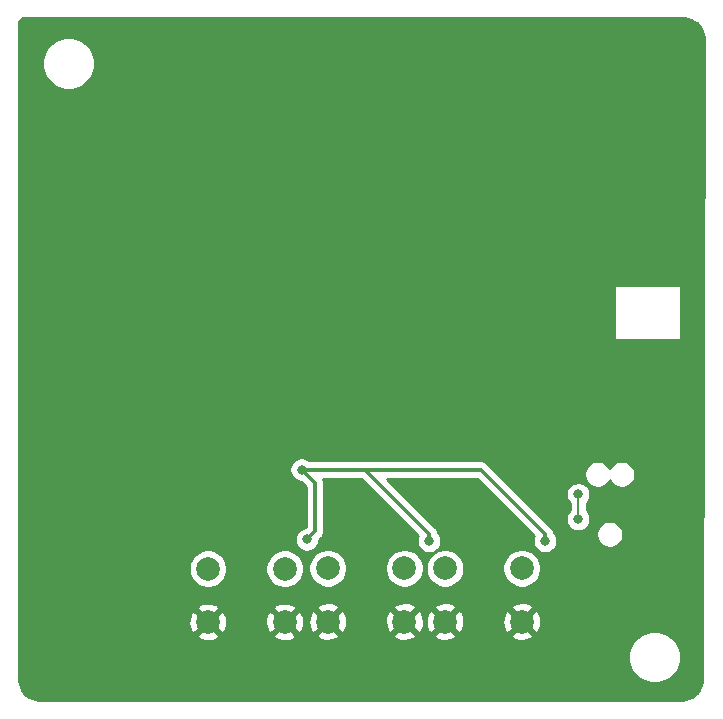
<source format=gbr>
G04 #@! TF.GenerationSoftware,KiCad,Pcbnew,(5.1.5)-3*
G04 #@! TF.CreationDate,2020-02-29T16:25:42-03:00*
G04 #@! TF.ProjectId,BKR01AT,424b5230-3141-4542-9e6b-696361645f70,rev?*
G04 #@! TF.SameCoordinates,Original*
G04 #@! TF.FileFunction,Copper,L2,Bot*
G04 #@! TF.FilePolarity,Positive*
%FSLAX46Y46*%
G04 Gerber Fmt 4.6, Leading zero omitted, Abs format (unit mm)*
G04 Created by KiCad (PCBNEW (5.1.5)-3) date 2020-02-29 16:25:42*
%MOMM*%
%LPD*%
G04 APERTURE LIST*
%ADD10C,2.000000*%
%ADD11C,0.800000*%
%ADD12C,0.600000*%
%ADD13C,0.304800*%
%ADD14C,0.152400*%
%ADD15C,0.254000*%
G04 APERTURE END LIST*
D10*
X163027500Y-106451400D03*
X163027500Y-110951400D03*
X156527500Y-106451400D03*
X156527500Y-110951400D03*
X153096100Y-106451400D03*
X153096100Y-110951400D03*
X146596100Y-106451400D03*
X146596100Y-110951400D03*
X142948800Y-106489500D03*
X142948800Y-110989500D03*
X136448800Y-106489500D03*
X136448800Y-110989500D03*
D11*
X165011100Y-104127300D03*
X155181300Y-104114600D03*
X144377200Y-98085700D03*
X144830800Y-104000300D03*
X167805100Y-102273100D03*
X167805100Y-100177600D03*
X167754300Y-98348800D03*
X161912300Y-86448900D03*
X157581600Y-86436200D03*
X154165300Y-90246200D03*
X151640800Y-85849200D03*
X142570200Y-87934800D03*
X142582900Y-81381600D03*
X140589000Y-96342200D03*
X131851400Y-90652600D03*
X166725600Y-88620600D03*
D12*
X154400000Y-93800000D03*
X155400000Y-93800000D03*
X156400000Y-93800000D03*
X157400000Y-93800000D03*
X158400000Y-93800000D03*
X159400000Y-93800000D03*
X160400000Y-93800000D03*
X161400000Y-93800000D03*
X162400000Y-93800000D03*
X163400000Y-93800000D03*
X164400000Y-93800000D03*
X165400000Y-93800000D03*
X166400000Y-93800000D03*
X167400000Y-93800000D03*
X168400000Y-93800000D03*
X169400000Y-93800000D03*
X154400000Y-95800000D03*
X155400000Y-95800000D03*
X156400000Y-95800000D03*
X157400000Y-95800000D03*
X158400000Y-95800000D03*
X159400000Y-95800000D03*
X160400000Y-95800000D03*
X161400000Y-95800000D03*
X162400000Y-95800000D03*
X163400000Y-95800000D03*
X164400000Y-95800000D03*
X165400000Y-95800000D03*
X166400000Y-95800000D03*
X167400000Y-95800000D03*
X168400000Y-95800000D03*
X169400000Y-95800000D03*
X170400000Y-95800000D03*
X171400000Y-95800000D03*
X172400000Y-95800000D03*
X167500000Y-83000000D03*
X169000000Y-83000000D03*
X170500000Y-83000000D03*
X167500000Y-85000000D03*
X169000000Y-85000000D03*
X170500000Y-85000000D03*
X167500000Y-87000000D03*
X169000000Y-87000000D03*
X170500000Y-87000000D03*
X167500000Y-89000000D03*
X169000000Y-89000000D03*
X170500000Y-89000000D03*
X167500000Y-91000000D03*
X169000000Y-91000000D03*
X170500000Y-91000000D03*
X167500000Y-92500000D03*
X169000000Y-92500000D03*
X170500000Y-92500000D03*
X168250000Y-91750000D03*
X169750000Y-91750000D03*
X168250000Y-90000000D03*
X169750000Y-90000000D03*
X169750000Y-88000000D03*
X168250000Y-88000000D03*
X168250000Y-86000000D03*
X169750000Y-86000000D03*
X169750000Y-84000000D03*
X168250000Y-84000000D03*
X177250000Y-83000000D03*
X177250000Y-85000000D03*
X177250000Y-87000000D03*
X177250000Y-89000000D03*
X176250000Y-88000000D03*
X174500000Y-88000000D03*
X176250000Y-90000000D03*
X177250000Y-91000000D03*
X176250000Y-91750000D03*
X174500000Y-91750000D03*
X175250000Y-92500000D03*
X173750000Y-92500000D03*
X177250000Y-92500000D03*
X174500000Y-93250000D03*
X176250000Y-93250000D03*
X176250000Y-94750000D03*
X177250000Y-94000000D03*
X177250000Y-95500000D03*
D11*
X170500000Y-79250000D03*
X147000000Y-89000000D03*
D13*
X144942885Y-98085700D02*
X144377200Y-98085700D01*
X149718085Y-98085700D02*
X144942885Y-98085700D01*
X155181300Y-103548915D02*
X149718085Y-98085700D01*
X155181300Y-104114600D02*
X155181300Y-103548915D01*
X159535185Y-98085700D02*
X149718085Y-98085700D01*
X165011100Y-103561615D02*
X159535185Y-98085700D01*
X165011100Y-104127300D02*
X165011100Y-103561615D01*
X145503900Y-99212400D02*
X144377200Y-98085700D01*
X144830800Y-104000300D02*
X145503900Y-103327200D01*
X145503900Y-103327200D02*
X145503900Y-99212400D01*
D14*
X167805100Y-101707415D02*
X167805100Y-100177600D01*
X167805100Y-102273100D02*
X167805100Y-101707415D01*
X161086800Y-85623400D02*
X161912300Y-86448900D01*
X161899600Y-86436200D02*
X161912300Y-86448900D01*
X157581600Y-86436200D02*
X161899600Y-86436200D01*
X167754300Y-98348800D02*
X165989000Y-96583500D01*
X154165300Y-88373700D02*
X151640800Y-85849200D01*
X154165300Y-90246200D02*
X154165300Y-88373700D01*
X154165300Y-88373700D02*
X154170900Y-88373700D01*
X156108400Y-86436200D02*
X157581600Y-86436200D01*
X154170900Y-88373700D02*
X156108400Y-86436200D01*
X141554200Y-87934800D02*
X142570200Y-87934800D01*
X140589000Y-96342200D02*
X140589000Y-88900000D01*
X140589000Y-88900000D02*
X141554200Y-87934800D01*
X131851400Y-90086915D02*
X131864100Y-90074215D01*
X131851400Y-90652600D02*
X131851400Y-90086915D01*
X131864100Y-90074215D02*
X131864100Y-89154000D01*
X133083300Y-87934800D02*
X141554200Y-87934800D01*
X131864100Y-89154000D02*
X133083300Y-87934800D01*
X142570200Y-81394300D02*
X142582900Y-81381600D01*
X142570200Y-87934800D02*
X142570200Y-81394300D01*
X142582900Y-81381600D02*
X142582900Y-80784700D01*
X142582900Y-80784700D02*
X144538700Y-78828900D01*
X154838400Y-78828900D02*
X161010600Y-72656700D01*
X161086800Y-72555100D02*
X161010600Y-72656700D01*
X144538700Y-78828900D02*
X154838400Y-78828900D01*
X161010600Y-72656700D02*
X161086800Y-85623400D01*
X166725600Y-88054915D02*
X165094185Y-86423500D01*
X166725600Y-88620600D02*
X166725600Y-88054915D01*
X165094185Y-86423500D02*
X164769800Y-86423500D01*
X164833300Y-86448900D02*
X164769800Y-86423500D01*
X164769800Y-86423500D02*
X161912300Y-86448900D01*
X165989000Y-96583500D02*
X165989000Y-94011000D01*
X166725600Y-92583000D02*
X166725600Y-88620600D01*
X165989000Y-93319600D02*
X166725600Y-92583000D01*
X165989000Y-94011000D02*
X165989000Y-93319600D01*
D15*
G36*
X176860582Y-59874566D02*
G01*
X177122195Y-59931600D01*
X177372981Y-60025351D01*
X177607851Y-60153918D01*
X177821973Y-60314658D01*
X178010990Y-60504296D01*
X178171030Y-60718950D01*
X178298819Y-60954230D01*
X178391751Y-61205334D01*
X178447924Y-61467128D01*
X178466498Y-61738796D01*
X178289160Y-115756024D01*
X178268968Y-116026435D01*
X178211552Y-116286819D01*
X178117739Y-116536404D01*
X177989431Y-116770137D01*
X177829233Y-116983274D01*
X177640386Y-117171502D01*
X177426718Y-117331004D01*
X177192568Y-117458542D01*
X176942677Y-117551535D01*
X176682112Y-117608095D01*
X176411626Y-117627400D01*
X122311630Y-117627400D01*
X122040596Y-117608015D01*
X121779507Y-117551219D01*
X121529160Y-117457844D01*
X121294655Y-117329795D01*
X121080762Y-117169676D01*
X120891824Y-116980738D01*
X120731705Y-116766845D01*
X120603656Y-116532340D01*
X120510281Y-116281993D01*
X120453485Y-116020904D01*
X120434100Y-115749870D01*
X120434100Y-113736972D01*
X172021700Y-113736972D01*
X172021700Y-114177228D01*
X172107590Y-114609025D01*
X172276069Y-115015769D01*
X172520662Y-115381829D01*
X172831971Y-115693138D01*
X173198031Y-115937731D01*
X173604775Y-116106210D01*
X174036572Y-116192100D01*
X174476828Y-116192100D01*
X174908625Y-116106210D01*
X175315369Y-115937731D01*
X175681429Y-115693138D01*
X175992738Y-115381829D01*
X176237331Y-115015769D01*
X176405810Y-114609025D01*
X176491700Y-114177228D01*
X176491700Y-113736972D01*
X176405810Y-113305175D01*
X176237331Y-112898431D01*
X175992738Y-112532371D01*
X175681429Y-112221062D01*
X175315369Y-111976469D01*
X174908625Y-111807990D01*
X174476828Y-111722100D01*
X174036572Y-111722100D01*
X173604775Y-111807990D01*
X173198031Y-111976469D01*
X172831971Y-112221062D01*
X172520662Y-112532371D01*
X172276069Y-112898431D01*
X172107590Y-113305175D01*
X172021700Y-113736972D01*
X120434100Y-113736972D01*
X120434100Y-112124913D01*
X135492992Y-112124913D01*
X135588756Y-112389314D01*
X135878371Y-112530204D01*
X136189908Y-112611884D01*
X136511395Y-112631218D01*
X136830475Y-112587461D01*
X137134888Y-112482295D01*
X137308844Y-112389314D01*
X137404608Y-112124913D01*
X141992992Y-112124913D01*
X142088756Y-112389314D01*
X142378371Y-112530204D01*
X142689908Y-112611884D01*
X143011395Y-112631218D01*
X143330475Y-112587461D01*
X143634888Y-112482295D01*
X143808844Y-112389314D01*
X143904608Y-112124913D01*
X143866508Y-112086813D01*
X145640292Y-112086813D01*
X145736056Y-112351214D01*
X146025671Y-112492104D01*
X146337208Y-112573784D01*
X146658695Y-112593118D01*
X146977775Y-112549361D01*
X147282188Y-112444195D01*
X147456144Y-112351214D01*
X147551908Y-112086813D01*
X152140292Y-112086813D01*
X152236056Y-112351214D01*
X152525671Y-112492104D01*
X152837208Y-112573784D01*
X153158695Y-112593118D01*
X153477775Y-112549361D01*
X153782188Y-112444195D01*
X153956144Y-112351214D01*
X154051908Y-112086813D01*
X155571692Y-112086813D01*
X155667456Y-112351214D01*
X155957071Y-112492104D01*
X156268608Y-112573784D01*
X156590095Y-112593118D01*
X156909175Y-112549361D01*
X157213588Y-112444195D01*
X157387544Y-112351214D01*
X157483308Y-112086813D01*
X162071692Y-112086813D01*
X162167456Y-112351214D01*
X162457071Y-112492104D01*
X162768608Y-112573784D01*
X163090095Y-112593118D01*
X163409175Y-112549361D01*
X163713588Y-112444195D01*
X163887544Y-112351214D01*
X163983308Y-112086813D01*
X163027500Y-111131005D01*
X162071692Y-112086813D01*
X157483308Y-112086813D01*
X156527500Y-111131005D01*
X155571692Y-112086813D01*
X154051908Y-112086813D01*
X153096100Y-111131005D01*
X152140292Y-112086813D01*
X147551908Y-112086813D01*
X146596100Y-111131005D01*
X145640292Y-112086813D01*
X143866508Y-112086813D01*
X142948800Y-111169105D01*
X141992992Y-112124913D01*
X137404608Y-112124913D01*
X136448800Y-111169105D01*
X135492992Y-112124913D01*
X120434100Y-112124913D01*
X120434100Y-111052095D01*
X134807082Y-111052095D01*
X134850839Y-111371175D01*
X134956005Y-111675588D01*
X135048986Y-111849544D01*
X135313387Y-111945308D01*
X136269195Y-110989500D01*
X136628405Y-110989500D01*
X137584213Y-111945308D01*
X137848614Y-111849544D01*
X137989504Y-111559929D01*
X138071184Y-111248392D01*
X138082989Y-111052095D01*
X141307082Y-111052095D01*
X141350839Y-111371175D01*
X141456005Y-111675588D01*
X141548986Y-111849544D01*
X141813387Y-111945308D01*
X142769195Y-110989500D01*
X143128405Y-110989500D01*
X144084213Y-111945308D01*
X144348614Y-111849544D01*
X144489504Y-111559929D01*
X144571184Y-111248392D01*
X144585280Y-111013995D01*
X144954382Y-111013995D01*
X144998139Y-111333075D01*
X145103305Y-111637488D01*
X145196286Y-111811444D01*
X145460687Y-111907208D01*
X146416495Y-110951400D01*
X146775705Y-110951400D01*
X147731513Y-111907208D01*
X147995914Y-111811444D01*
X148136804Y-111521829D01*
X148218484Y-111210292D01*
X148230289Y-111013995D01*
X151454382Y-111013995D01*
X151498139Y-111333075D01*
X151603305Y-111637488D01*
X151696286Y-111811444D01*
X151960687Y-111907208D01*
X152916495Y-110951400D01*
X153275705Y-110951400D01*
X154231513Y-111907208D01*
X154495914Y-111811444D01*
X154636804Y-111521829D01*
X154718484Y-111210292D01*
X154730289Y-111013995D01*
X154885782Y-111013995D01*
X154929539Y-111333075D01*
X155034705Y-111637488D01*
X155127686Y-111811444D01*
X155392087Y-111907208D01*
X156347895Y-110951400D01*
X156707105Y-110951400D01*
X157662913Y-111907208D01*
X157927314Y-111811444D01*
X158068204Y-111521829D01*
X158149884Y-111210292D01*
X158161689Y-111013995D01*
X161385782Y-111013995D01*
X161429539Y-111333075D01*
X161534705Y-111637488D01*
X161627686Y-111811444D01*
X161892087Y-111907208D01*
X162847895Y-110951400D01*
X163207105Y-110951400D01*
X164162913Y-111907208D01*
X164427314Y-111811444D01*
X164568204Y-111521829D01*
X164649884Y-111210292D01*
X164669218Y-110888805D01*
X164625461Y-110569725D01*
X164520295Y-110265312D01*
X164427314Y-110091356D01*
X164162913Y-109995592D01*
X163207105Y-110951400D01*
X162847895Y-110951400D01*
X161892087Y-109995592D01*
X161627686Y-110091356D01*
X161486796Y-110380971D01*
X161405116Y-110692508D01*
X161385782Y-111013995D01*
X158161689Y-111013995D01*
X158169218Y-110888805D01*
X158125461Y-110569725D01*
X158020295Y-110265312D01*
X157927314Y-110091356D01*
X157662913Y-109995592D01*
X156707105Y-110951400D01*
X156347895Y-110951400D01*
X155392087Y-109995592D01*
X155127686Y-110091356D01*
X154986796Y-110380971D01*
X154905116Y-110692508D01*
X154885782Y-111013995D01*
X154730289Y-111013995D01*
X154737818Y-110888805D01*
X154694061Y-110569725D01*
X154588895Y-110265312D01*
X154495914Y-110091356D01*
X154231513Y-109995592D01*
X153275705Y-110951400D01*
X152916495Y-110951400D01*
X151960687Y-109995592D01*
X151696286Y-110091356D01*
X151555396Y-110380971D01*
X151473716Y-110692508D01*
X151454382Y-111013995D01*
X148230289Y-111013995D01*
X148237818Y-110888805D01*
X148194061Y-110569725D01*
X148088895Y-110265312D01*
X147995914Y-110091356D01*
X147731513Y-109995592D01*
X146775705Y-110951400D01*
X146416495Y-110951400D01*
X145460687Y-109995592D01*
X145196286Y-110091356D01*
X145055396Y-110380971D01*
X144973716Y-110692508D01*
X144954382Y-111013995D01*
X144585280Y-111013995D01*
X144590518Y-110926905D01*
X144546761Y-110607825D01*
X144441595Y-110303412D01*
X144348614Y-110129456D01*
X144084213Y-110033692D01*
X143128405Y-110989500D01*
X142769195Y-110989500D01*
X141813387Y-110033692D01*
X141548986Y-110129456D01*
X141408096Y-110419071D01*
X141326416Y-110730608D01*
X141307082Y-111052095D01*
X138082989Y-111052095D01*
X138090518Y-110926905D01*
X138046761Y-110607825D01*
X137941595Y-110303412D01*
X137848614Y-110129456D01*
X137584213Y-110033692D01*
X136628405Y-110989500D01*
X136269195Y-110989500D01*
X135313387Y-110033692D01*
X135048986Y-110129456D01*
X134908096Y-110419071D01*
X134826416Y-110730608D01*
X134807082Y-111052095D01*
X120434100Y-111052095D01*
X120434100Y-109854087D01*
X135492992Y-109854087D01*
X136448800Y-110809895D01*
X137404608Y-109854087D01*
X141992992Y-109854087D01*
X142948800Y-110809895D01*
X143904608Y-109854087D01*
X143890809Y-109815987D01*
X145640292Y-109815987D01*
X146596100Y-110771795D01*
X147551908Y-109815987D01*
X152140292Y-109815987D01*
X153096100Y-110771795D01*
X154051908Y-109815987D01*
X155571692Y-109815987D01*
X156527500Y-110771795D01*
X157483308Y-109815987D01*
X162071692Y-109815987D01*
X163027500Y-110771795D01*
X163983308Y-109815987D01*
X163887544Y-109551586D01*
X163597929Y-109410696D01*
X163286392Y-109329016D01*
X162964905Y-109309682D01*
X162645825Y-109353439D01*
X162341412Y-109458605D01*
X162167456Y-109551586D01*
X162071692Y-109815987D01*
X157483308Y-109815987D01*
X157387544Y-109551586D01*
X157097929Y-109410696D01*
X156786392Y-109329016D01*
X156464905Y-109309682D01*
X156145825Y-109353439D01*
X155841412Y-109458605D01*
X155667456Y-109551586D01*
X155571692Y-109815987D01*
X154051908Y-109815987D01*
X153956144Y-109551586D01*
X153666529Y-109410696D01*
X153354992Y-109329016D01*
X153033505Y-109309682D01*
X152714425Y-109353439D01*
X152410012Y-109458605D01*
X152236056Y-109551586D01*
X152140292Y-109815987D01*
X147551908Y-109815987D01*
X147456144Y-109551586D01*
X147166529Y-109410696D01*
X146854992Y-109329016D01*
X146533505Y-109309682D01*
X146214425Y-109353439D01*
X145910012Y-109458605D01*
X145736056Y-109551586D01*
X145640292Y-109815987D01*
X143890809Y-109815987D01*
X143808844Y-109589686D01*
X143519229Y-109448796D01*
X143207692Y-109367116D01*
X142886205Y-109347782D01*
X142567125Y-109391539D01*
X142262712Y-109496705D01*
X142088756Y-109589686D01*
X141992992Y-109854087D01*
X137404608Y-109854087D01*
X137308844Y-109589686D01*
X137019229Y-109448796D01*
X136707692Y-109367116D01*
X136386205Y-109347782D01*
X136067125Y-109391539D01*
X135762712Y-109496705D01*
X135588756Y-109589686D01*
X135492992Y-109854087D01*
X120434100Y-109854087D01*
X120434100Y-106328467D01*
X134813800Y-106328467D01*
X134813800Y-106650533D01*
X134876632Y-106966412D01*
X134999882Y-107263963D01*
X135178813Y-107531752D01*
X135406548Y-107759487D01*
X135674337Y-107938418D01*
X135971888Y-108061668D01*
X136287767Y-108124500D01*
X136609833Y-108124500D01*
X136925712Y-108061668D01*
X137223263Y-107938418D01*
X137491052Y-107759487D01*
X137718787Y-107531752D01*
X137897718Y-107263963D01*
X138020968Y-106966412D01*
X138083800Y-106650533D01*
X138083800Y-106328467D01*
X141313800Y-106328467D01*
X141313800Y-106650533D01*
X141376632Y-106966412D01*
X141499882Y-107263963D01*
X141678813Y-107531752D01*
X141906548Y-107759487D01*
X142174337Y-107938418D01*
X142471888Y-108061668D01*
X142787767Y-108124500D01*
X143109833Y-108124500D01*
X143425712Y-108061668D01*
X143723263Y-107938418D01*
X143991052Y-107759487D01*
X144218787Y-107531752D01*
X144397718Y-107263963D01*
X144520968Y-106966412D01*
X144583800Y-106650533D01*
X144583800Y-106328467D01*
X144576222Y-106290367D01*
X144961100Y-106290367D01*
X144961100Y-106612433D01*
X145023932Y-106928312D01*
X145147182Y-107225863D01*
X145326113Y-107493652D01*
X145553848Y-107721387D01*
X145821637Y-107900318D01*
X146119188Y-108023568D01*
X146435067Y-108086400D01*
X146757133Y-108086400D01*
X147073012Y-108023568D01*
X147370563Y-107900318D01*
X147638352Y-107721387D01*
X147866087Y-107493652D01*
X148045018Y-107225863D01*
X148168268Y-106928312D01*
X148231100Y-106612433D01*
X148231100Y-106290367D01*
X151461100Y-106290367D01*
X151461100Y-106612433D01*
X151523932Y-106928312D01*
X151647182Y-107225863D01*
X151826113Y-107493652D01*
X152053848Y-107721387D01*
X152321637Y-107900318D01*
X152619188Y-108023568D01*
X152935067Y-108086400D01*
X153257133Y-108086400D01*
X153573012Y-108023568D01*
X153870563Y-107900318D01*
X154138352Y-107721387D01*
X154366087Y-107493652D01*
X154545018Y-107225863D01*
X154668268Y-106928312D01*
X154731100Y-106612433D01*
X154731100Y-106290367D01*
X154892500Y-106290367D01*
X154892500Y-106612433D01*
X154955332Y-106928312D01*
X155078582Y-107225863D01*
X155257513Y-107493652D01*
X155485248Y-107721387D01*
X155753037Y-107900318D01*
X156050588Y-108023568D01*
X156366467Y-108086400D01*
X156688533Y-108086400D01*
X157004412Y-108023568D01*
X157301963Y-107900318D01*
X157569752Y-107721387D01*
X157797487Y-107493652D01*
X157976418Y-107225863D01*
X158099668Y-106928312D01*
X158162500Y-106612433D01*
X158162500Y-106290367D01*
X161392500Y-106290367D01*
X161392500Y-106612433D01*
X161455332Y-106928312D01*
X161578582Y-107225863D01*
X161757513Y-107493652D01*
X161985248Y-107721387D01*
X162253037Y-107900318D01*
X162550588Y-108023568D01*
X162866467Y-108086400D01*
X163188533Y-108086400D01*
X163504412Y-108023568D01*
X163801963Y-107900318D01*
X164069752Y-107721387D01*
X164297487Y-107493652D01*
X164476418Y-107225863D01*
X164599668Y-106928312D01*
X164662500Y-106612433D01*
X164662500Y-106290367D01*
X164599668Y-105974488D01*
X164476418Y-105676937D01*
X164297487Y-105409148D01*
X164069752Y-105181413D01*
X163801963Y-105002482D01*
X163504412Y-104879232D01*
X163188533Y-104816400D01*
X162866467Y-104816400D01*
X162550588Y-104879232D01*
X162253037Y-105002482D01*
X161985248Y-105181413D01*
X161757513Y-105409148D01*
X161578582Y-105676937D01*
X161455332Y-105974488D01*
X161392500Y-106290367D01*
X158162500Y-106290367D01*
X158099668Y-105974488D01*
X157976418Y-105676937D01*
X157797487Y-105409148D01*
X157569752Y-105181413D01*
X157301963Y-105002482D01*
X157004412Y-104879232D01*
X156688533Y-104816400D01*
X156366467Y-104816400D01*
X156050588Y-104879232D01*
X155753037Y-105002482D01*
X155485248Y-105181413D01*
X155257513Y-105409148D01*
X155078582Y-105676937D01*
X154955332Y-105974488D01*
X154892500Y-106290367D01*
X154731100Y-106290367D01*
X154668268Y-105974488D01*
X154545018Y-105676937D01*
X154366087Y-105409148D01*
X154138352Y-105181413D01*
X153870563Y-105002482D01*
X153573012Y-104879232D01*
X153257133Y-104816400D01*
X152935067Y-104816400D01*
X152619188Y-104879232D01*
X152321637Y-105002482D01*
X152053848Y-105181413D01*
X151826113Y-105409148D01*
X151647182Y-105676937D01*
X151523932Y-105974488D01*
X151461100Y-106290367D01*
X148231100Y-106290367D01*
X148168268Y-105974488D01*
X148045018Y-105676937D01*
X147866087Y-105409148D01*
X147638352Y-105181413D01*
X147370563Y-105002482D01*
X147073012Y-104879232D01*
X146757133Y-104816400D01*
X146435067Y-104816400D01*
X146119188Y-104879232D01*
X145821637Y-105002482D01*
X145553848Y-105181413D01*
X145326113Y-105409148D01*
X145147182Y-105676937D01*
X145023932Y-105974488D01*
X144961100Y-106290367D01*
X144576222Y-106290367D01*
X144520968Y-106012588D01*
X144397718Y-105715037D01*
X144218787Y-105447248D01*
X143991052Y-105219513D01*
X143723263Y-105040582D01*
X143425712Y-104917332D01*
X143109833Y-104854500D01*
X142787767Y-104854500D01*
X142471888Y-104917332D01*
X142174337Y-105040582D01*
X141906548Y-105219513D01*
X141678813Y-105447248D01*
X141499882Y-105715037D01*
X141376632Y-106012588D01*
X141313800Y-106328467D01*
X138083800Y-106328467D01*
X138020968Y-106012588D01*
X137897718Y-105715037D01*
X137718787Y-105447248D01*
X137491052Y-105219513D01*
X137223263Y-105040582D01*
X136925712Y-104917332D01*
X136609833Y-104854500D01*
X136287767Y-104854500D01*
X135971888Y-104917332D01*
X135674337Y-105040582D01*
X135406548Y-105219513D01*
X135178813Y-105447248D01*
X134999882Y-105715037D01*
X134876632Y-106012588D01*
X134813800Y-106328467D01*
X120434100Y-106328467D01*
X120434100Y-97983761D01*
X143342200Y-97983761D01*
X143342200Y-98187639D01*
X143381974Y-98387598D01*
X143459995Y-98575956D01*
X143573263Y-98745474D01*
X143717426Y-98889637D01*
X143886944Y-99002905D01*
X144075302Y-99080926D01*
X144275261Y-99120700D01*
X144298649Y-99120700D01*
X144716501Y-99538552D01*
X144716500Y-102967759D01*
X144528902Y-103005074D01*
X144340544Y-103083095D01*
X144171026Y-103196363D01*
X144026863Y-103340526D01*
X143913595Y-103510044D01*
X143835574Y-103698402D01*
X143795800Y-103898361D01*
X143795800Y-104102239D01*
X143835574Y-104302198D01*
X143913595Y-104490556D01*
X144026863Y-104660074D01*
X144171026Y-104804237D01*
X144340544Y-104917505D01*
X144528902Y-104995526D01*
X144728861Y-105035300D01*
X144932739Y-105035300D01*
X145132698Y-104995526D01*
X145321056Y-104917505D01*
X145490574Y-104804237D01*
X145634737Y-104660074D01*
X145748005Y-104490556D01*
X145826026Y-104302198D01*
X145865800Y-104102239D01*
X145865800Y-104078851D01*
X146033334Y-103911318D01*
X146063369Y-103886669D01*
X146161766Y-103766772D01*
X146234882Y-103629983D01*
X146279906Y-103481557D01*
X146291300Y-103365873D01*
X146291300Y-103365864D01*
X146295108Y-103327201D01*
X146291300Y-103288538D01*
X146291300Y-99251062D01*
X146295108Y-99212399D01*
X146291300Y-99173736D01*
X146291300Y-99173727D01*
X146279906Y-99058043D01*
X146234882Y-98909617D01*
X146215363Y-98873100D01*
X149391935Y-98873100D01*
X154228679Y-103709845D01*
X154186074Y-103812702D01*
X154146300Y-104012661D01*
X154146300Y-104216539D01*
X154186074Y-104416498D01*
X154264095Y-104604856D01*
X154377363Y-104774374D01*
X154521526Y-104918537D01*
X154691044Y-105031805D01*
X154879402Y-105109826D01*
X155079361Y-105149600D01*
X155283239Y-105149600D01*
X155483198Y-105109826D01*
X155671556Y-105031805D01*
X155841074Y-104918537D01*
X155985237Y-104774374D01*
X156098505Y-104604856D01*
X156176526Y-104416498D01*
X156216300Y-104216539D01*
X156216300Y-104012661D01*
X156176526Y-103812702D01*
X156098505Y-103624344D01*
X155985237Y-103454826D01*
X155960839Y-103430428D01*
X155957306Y-103394558D01*
X155912282Y-103246132D01*
X155873108Y-103172843D01*
X155839166Y-103109342D01*
X155789135Y-103048380D01*
X155740769Y-102989446D01*
X155710728Y-102964792D01*
X151619035Y-98873100D01*
X159209035Y-98873100D01*
X164058479Y-103722546D01*
X164015874Y-103825402D01*
X163976100Y-104025361D01*
X163976100Y-104229239D01*
X164015874Y-104429198D01*
X164093895Y-104617556D01*
X164207163Y-104787074D01*
X164351326Y-104931237D01*
X164520844Y-105044505D01*
X164709202Y-105122526D01*
X164909161Y-105162300D01*
X165113039Y-105162300D01*
X165312998Y-105122526D01*
X165501356Y-105044505D01*
X165670874Y-104931237D01*
X165815037Y-104787074D01*
X165928305Y-104617556D01*
X166006326Y-104429198D01*
X166046100Y-104229239D01*
X166046100Y-104025361D01*
X166006326Y-103825402D01*
X165928305Y-103637044D01*
X165815037Y-103467526D01*
X165804686Y-103457175D01*
X169341800Y-103457175D01*
X169341800Y-103679825D01*
X169385237Y-103898196D01*
X169470441Y-104103898D01*
X169594139Y-104289024D01*
X169751576Y-104446461D01*
X169936702Y-104570159D01*
X170142404Y-104655363D01*
X170360775Y-104698800D01*
X170583425Y-104698800D01*
X170801796Y-104655363D01*
X171007498Y-104570159D01*
X171192624Y-104446461D01*
X171350061Y-104289024D01*
X171473759Y-104103898D01*
X171558963Y-103898196D01*
X171602400Y-103679825D01*
X171602400Y-103457175D01*
X171558963Y-103238804D01*
X171473759Y-103033102D01*
X171350061Y-102847976D01*
X171192624Y-102690539D01*
X171007498Y-102566841D01*
X170801796Y-102481637D01*
X170583425Y-102438200D01*
X170360775Y-102438200D01*
X170142404Y-102481637D01*
X169936702Y-102566841D01*
X169751576Y-102690539D01*
X169594139Y-102847976D01*
X169470441Y-103033102D01*
X169385237Y-103238804D01*
X169341800Y-103457175D01*
X165804686Y-103457175D01*
X165790639Y-103443128D01*
X165787106Y-103407258D01*
X165742082Y-103258832D01*
X165668966Y-103122043D01*
X165570569Y-103002146D01*
X165540533Y-102977496D01*
X162638697Y-100075661D01*
X166770100Y-100075661D01*
X166770100Y-100279539D01*
X166809874Y-100479498D01*
X166887895Y-100667856D01*
X167001163Y-100837374D01*
X167093901Y-100930112D01*
X167093900Y-101520589D01*
X167001163Y-101613326D01*
X166887895Y-101782844D01*
X166809874Y-101971202D01*
X166770100Y-102171161D01*
X166770100Y-102375039D01*
X166809874Y-102574998D01*
X166887895Y-102763356D01*
X167001163Y-102932874D01*
X167145326Y-103077037D01*
X167314844Y-103190305D01*
X167503202Y-103268326D01*
X167703161Y-103308100D01*
X167907039Y-103308100D01*
X168106998Y-103268326D01*
X168295356Y-103190305D01*
X168464874Y-103077037D01*
X168609037Y-102932874D01*
X168722305Y-102763356D01*
X168800326Y-102574998D01*
X168840100Y-102375039D01*
X168840100Y-102171161D01*
X168800326Y-101971202D01*
X168722305Y-101782844D01*
X168609037Y-101613326D01*
X168516300Y-101520589D01*
X168516300Y-100930111D01*
X168609037Y-100837374D01*
X168722305Y-100667856D01*
X168800326Y-100479498D01*
X168840100Y-100279539D01*
X168840100Y-100075661D01*
X168800326Y-99875702D01*
X168722305Y-99687344D01*
X168609037Y-99517826D01*
X168464874Y-99373663D01*
X168295356Y-99260395D01*
X168106998Y-99182374D01*
X167907039Y-99142600D01*
X167703161Y-99142600D01*
X167503202Y-99182374D01*
X167314844Y-99260395D01*
X167145326Y-99373663D01*
X167001163Y-99517826D01*
X166887895Y-99687344D01*
X166809874Y-99875702D01*
X166770100Y-100075661D01*
X162638697Y-100075661D01*
X160940211Y-98377175D01*
X168325800Y-98377175D01*
X168325800Y-98599825D01*
X168369237Y-98818196D01*
X168454441Y-99023898D01*
X168578139Y-99209024D01*
X168735576Y-99366461D01*
X168920702Y-99490159D01*
X169126404Y-99575363D01*
X169344775Y-99618800D01*
X169567425Y-99618800D01*
X169785796Y-99575363D01*
X169991498Y-99490159D01*
X170176624Y-99366461D01*
X170334061Y-99209024D01*
X170457759Y-99023898D01*
X170472100Y-98989276D01*
X170486441Y-99023898D01*
X170610139Y-99209024D01*
X170767576Y-99366461D01*
X170952702Y-99490159D01*
X171158404Y-99575363D01*
X171376775Y-99618800D01*
X171599425Y-99618800D01*
X171817796Y-99575363D01*
X172023498Y-99490159D01*
X172208624Y-99366461D01*
X172366061Y-99209024D01*
X172489759Y-99023898D01*
X172574963Y-98818196D01*
X172618400Y-98599825D01*
X172618400Y-98377175D01*
X172574963Y-98158804D01*
X172489759Y-97953102D01*
X172366061Y-97767976D01*
X172208624Y-97610539D01*
X172023498Y-97486841D01*
X171817796Y-97401637D01*
X171599425Y-97358200D01*
X171376775Y-97358200D01*
X171158404Y-97401637D01*
X170952702Y-97486841D01*
X170767576Y-97610539D01*
X170610139Y-97767976D01*
X170486441Y-97953102D01*
X170472100Y-97987724D01*
X170457759Y-97953102D01*
X170334061Y-97767976D01*
X170176624Y-97610539D01*
X169991498Y-97486841D01*
X169785796Y-97401637D01*
X169567425Y-97358200D01*
X169344775Y-97358200D01*
X169126404Y-97401637D01*
X168920702Y-97486841D01*
X168735576Y-97610539D01*
X168578139Y-97767976D01*
X168454441Y-97953102D01*
X168369237Y-98158804D01*
X168325800Y-98377175D01*
X160940211Y-98377175D01*
X160119313Y-97556278D01*
X160094654Y-97526231D01*
X159974757Y-97427834D01*
X159837968Y-97354718D01*
X159689542Y-97309694D01*
X159573858Y-97298300D01*
X159573848Y-97298300D01*
X159535185Y-97294492D01*
X159496522Y-97298300D01*
X149756748Y-97298300D01*
X149718085Y-97294492D01*
X149679422Y-97298300D01*
X145053511Y-97298300D01*
X145036974Y-97281763D01*
X144867456Y-97168495D01*
X144679098Y-97090474D01*
X144479139Y-97050700D01*
X144275261Y-97050700D01*
X144075302Y-97090474D01*
X143886944Y-97168495D01*
X143717426Y-97281763D01*
X143573263Y-97425926D01*
X143459995Y-97595444D01*
X143381974Y-97783802D01*
X143342200Y-97983761D01*
X120434100Y-97983761D01*
X120434100Y-82600000D01*
X170873000Y-82600000D01*
X170873000Y-87000000D01*
X170875440Y-87024776D01*
X170882667Y-87048601D01*
X170894403Y-87070557D01*
X170910197Y-87089803D01*
X170929443Y-87105597D01*
X170951399Y-87117333D01*
X170975224Y-87124560D01*
X171000000Y-87127000D01*
X176400000Y-87127000D01*
X176424776Y-87124560D01*
X176448601Y-87117333D01*
X176470557Y-87105597D01*
X176489803Y-87089803D01*
X176505597Y-87070557D01*
X176517333Y-87048601D01*
X176524560Y-87024776D01*
X176527000Y-87000000D01*
X176527000Y-82600000D01*
X176524560Y-82575224D01*
X176517333Y-82551399D01*
X176505597Y-82529443D01*
X176489803Y-82510197D01*
X176470557Y-82494403D01*
X176448601Y-82482667D01*
X176424776Y-82475440D01*
X176400000Y-82473000D01*
X171000000Y-82473000D01*
X170975224Y-82475440D01*
X170951399Y-82482667D01*
X170929443Y-82494403D01*
X170910197Y-82510197D01*
X170894403Y-82529443D01*
X170882667Y-82551399D01*
X170875440Y-82575224D01*
X170873000Y-82600000D01*
X120434100Y-82600000D01*
X120434100Y-63470372D01*
X122402800Y-63470372D01*
X122402800Y-63910628D01*
X122488690Y-64342425D01*
X122657169Y-64749169D01*
X122901762Y-65115229D01*
X123213071Y-65426538D01*
X123579131Y-65671131D01*
X123985875Y-65839610D01*
X124417672Y-65925500D01*
X124857928Y-65925500D01*
X125289725Y-65839610D01*
X125696469Y-65671131D01*
X126062529Y-65426538D01*
X126373838Y-65115229D01*
X126618431Y-64749169D01*
X126786910Y-64342425D01*
X126872800Y-63910628D01*
X126872800Y-63470372D01*
X126786910Y-63038575D01*
X126618431Y-62631831D01*
X126373838Y-62265771D01*
X126062529Y-61954462D01*
X125696469Y-61709869D01*
X125289725Y-61541390D01*
X124857928Y-61455500D01*
X124417672Y-61455500D01*
X123985875Y-61541390D01*
X123579131Y-61709869D01*
X123213071Y-61954462D01*
X122901762Y-62265771D01*
X122657169Y-62631831D01*
X122488690Y-63038575D01*
X122402800Y-63470372D01*
X120434100Y-63470372D01*
X120434100Y-60193094D01*
X120582976Y-60010554D01*
X120770888Y-59855100D01*
X176588979Y-59855100D01*
X176860582Y-59874566D01*
G37*
X176860582Y-59874566D02*
X177122195Y-59931600D01*
X177372981Y-60025351D01*
X177607851Y-60153918D01*
X177821973Y-60314658D01*
X178010990Y-60504296D01*
X178171030Y-60718950D01*
X178298819Y-60954230D01*
X178391751Y-61205334D01*
X178447924Y-61467128D01*
X178466498Y-61738796D01*
X178289160Y-115756024D01*
X178268968Y-116026435D01*
X178211552Y-116286819D01*
X178117739Y-116536404D01*
X177989431Y-116770137D01*
X177829233Y-116983274D01*
X177640386Y-117171502D01*
X177426718Y-117331004D01*
X177192568Y-117458542D01*
X176942677Y-117551535D01*
X176682112Y-117608095D01*
X176411626Y-117627400D01*
X122311630Y-117627400D01*
X122040596Y-117608015D01*
X121779507Y-117551219D01*
X121529160Y-117457844D01*
X121294655Y-117329795D01*
X121080762Y-117169676D01*
X120891824Y-116980738D01*
X120731705Y-116766845D01*
X120603656Y-116532340D01*
X120510281Y-116281993D01*
X120453485Y-116020904D01*
X120434100Y-115749870D01*
X120434100Y-113736972D01*
X172021700Y-113736972D01*
X172021700Y-114177228D01*
X172107590Y-114609025D01*
X172276069Y-115015769D01*
X172520662Y-115381829D01*
X172831971Y-115693138D01*
X173198031Y-115937731D01*
X173604775Y-116106210D01*
X174036572Y-116192100D01*
X174476828Y-116192100D01*
X174908625Y-116106210D01*
X175315369Y-115937731D01*
X175681429Y-115693138D01*
X175992738Y-115381829D01*
X176237331Y-115015769D01*
X176405810Y-114609025D01*
X176491700Y-114177228D01*
X176491700Y-113736972D01*
X176405810Y-113305175D01*
X176237331Y-112898431D01*
X175992738Y-112532371D01*
X175681429Y-112221062D01*
X175315369Y-111976469D01*
X174908625Y-111807990D01*
X174476828Y-111722100D01*
X174036572Y-111722100D01*
X173604775Y-111807990D01*
X173198031Y-111976469D01*
X172831971Y-112221062D01*
X172520662Y-112532371D01*
X172276069Y-112898431D01*
X172107590Y-113305175D01*
X172021700Y-113736972D01*
X120434100Y-113736972D01*
X120434100Y-112124913D01*
X135492992Y-112124913D01*
X135588756Y-112389314D01*
X135878371Y-112530204D01*
X136189908Y-112611884D01*
X136511395Y-112631218D01*
X136830475Y-112587461D01*
X137134888Y-112482295D01*
X137308844Y-112389314D01*
X137404608Y-112124913D01*
X141992992Y-112124913D01*
X142088756Y-112389314D01*
X142378371Y-112530204D01*
X142689908Y-112611884D01*
X143011395Y-112631218D01*
X143330475Y-112587461D01*
X143634888Y-112482295D01*
X143808844Y-112389314D01*
X143904608Y-112124913D01*
X143866508Y-112086813D01*
X145640292Y-112086813D01*
X145736056Y-112351214D01*
X146025671Y-112492104D01*
X146337208Y-112573784D01*
X146658695Y-112593118D01*
X146977775Y-112549361D01*
X147282188Y-112444195D01*
X147456144Y-112351214D01*
X147551908Y-112086813D01*
X152140292Y-112086813D01*
X152236056Y-112351214D01*
X152525671Y-112492104D01*
X152837208Y-112573784D01*
X153158695Y-112593118D01*
X153477775Y-112549361D01*
X153782188Y-112444195D01*
X153956144Y-112351214D01*
X154051908Y-112086813D01*
X155571692Y-112086813D01*
X155667456Y-112351214D01*
X155957071Y-112492104D01*
X156268608Y-112573784D01*
X156590095Y-112593118D01*
X156909175Y-112549361D01*
X157213588Y-112444195D01*
X157387544Y-112351214D01*
X157483308Y-112086813D01*
X162071692Y-112086813D01*
X162167456Y-112351214D01*
X162457071Y-112492104D01*
X162768608Y-112573784D01*
X163090095Y-112593118D01*
X163409175Y-112549361D01*
X163713588Y-112444195D01*
X163887544Y-112351214D01*
X163983308Y-112086813D01*
X163027500Y-111131005D01*
X162071692Y-112086813D01*
X157483308Y-112086813D01*
X156527500Y-111131005D01*
X155571692Y-112086813D01*
X154051908Y-112086813D01*
X153096100Y-111131005D01*
X152140292Y-112086813D01*
X147551908Y-112086813D01*
X146596100Y-111131005D01*
X145640292Y-112086813D01*
X143866508Y-112086813D01*
X142948800Y-111169105D01*
X141992992Y-112124913D01*
X137404608Y-112124913D01*
X136448800Y-111169105D01*
X135492992Y-112124913D01*
X120434100Y-112124913D01*
X120434100Y-111052095D01*
X134807082Y-111052095D01*
X134850839Y-111371175D01*
X134956005Y-111675588D01*
X135048986Y-111849544D01*
X135313387Y-111945308D01*
X136269195Y-110989500D01*
X136628405Y-110989500D01*
X137584213Y-111945308D01*
X137848614Y-111849544D01*
X137989504Y-111559929D01*
X138071184Y-111248392D01*
X138082989Y-111052095D01*
X141307082Y-111052095D01*
X141350839Y-111371175D01*
X141456005Y-111675588D01*
X141548986Y-111849544D01*
X141813387Y-111945308D01*
X142769195Y-110989500D01*
X143128405Y-110989500D01*
X144084213Y-111945308D01*
X144348614Y-111849544D01*
X144489504Y-111559929D01*
X144571184Y-111248392D01*
X144585280Y-111013995D01*
X144954382Y-111013995D01*
X144998139Y-111333075D01*
X145103305Y-111637488D01*
X145196286Y-111811444D01*
X145460687Y-111907208D01*
X146416495Y-110951400D01*
X146775705Y-110951400D01*
X147731513Y-111907208D01*
X147995914Y-111811444D01*
X148136804Y-111521829D01*
X148218484Y-111210292D01*
X148230289Y-111013995D01*
X151454382Y-111013995D01*
X151498139Y-111333075D01*
X151603305Y-111637488D01*
X151696286Y-111811444D01*
X151960687Y-111907208D01*
X152916495Y-110951400D01*
X153275705Y-110951400D01*
X154231513Y-111907208D01*
X154495914Y-111811444D01*
X154636804Y-111521829D01*
X154718484Y-111210292D01*
X154730289Y-111013995D01*
X154885782Y-111013995D01*
X154929539Y-111333075D01*
X155034705Y-111637488D01*
X155127686Y-111811444D01*
X155392087Y-111907208D01*
X156347895Y-110951400D01*
X156707105Y-110951400D01*
X157662913Y-111907208D01*
X157927314Y-111811444D01*
X158068204Y-111521829D01*
X158149884Y-111210292D01*
X158161689Y-111013995D01*
X161385782Y-111013995D01*
X161429539Y-111333075D01*
X161534705Y-111637488D01*
X161627686Y-111811444D01*
X161892087Y-111907208D01*
X162847895Y-110951400D01*
X163207105Y-110951400D01*
X164162913Y-111907208D01*
X164427314Y-111811444D01*
X164568204Y-111521829D01*
X164649884Y-111210292D01*
X164669218Y-110888805D01*
X164625461Y-110569725D01*
X164520295Y-110265312D01*
X164427314Y-110091356D01*
X164162913Y-109995592D01*
X163207105Y-110951400D01*
X162847895Y-110951400D01*
X161892087Y-109995592D01*
X161627686Y-110091356D01*
X161486796Y-110380971D01*
X161405116Y-110692508D01*
X161385782Y-111013995D01*
X158161689Y-111013995D01*
X158169218Y-110888805D01*
X158125461Y-110569725D01*
X158020295Y-110265312D01*
X157927314Y-110091356D01*
X157662913Y-109995592D01*
X156707105Y-110951400D01*
X156347895Y-110951400D01*
X155392087Y-109995592D01*
X155127686Y-110091356D01*
X154986796Y-110380971D01*
X154905116Y-110692508D01*
X154885782Y-111013995D01*
X154730289Y-111013995D01*
X154737818Y-110888805D01*
X154694061Y-110569725D01*
X154588895Y-110265312D01*
X154495914Y-110091356D01*
X154231513Y-109995592D01*
X153275705Y-110951400D01*
X152916495Y-110951400D01*
X151960687Y-109995592D01*
X151696286Y-110091356D01*
X151555396Y-110380971D01*
X151473716Y-110692508D01*
X151454382Y-111013995D01*
X148230289Y-111013995D01*
X148237818Y-110888805D01*
X148194061Y-110569725D01*
X148088895Y-110265312D01*
X147995914Y-110091356D01*
X147731513Y-109995592D01*
X146775705Y-110951400D01*
X146416495Y-110951400D01*
X145460687Y-109995592D01*
X145196286Y-110091356D01*
X145055396Y-110380971D01*
X144973716Y-110692508D01*
X144954382Y-111013995D01*
X144585280Y-111013995D01*
X144590518Y-110926905D01*
X144546761Y-110607825D01*
X144441595Y-110303412D01*
X144348614Y-110129456D01*
X144084213Y-110033692D01*
X143128405Y-110989500D01*
X142769195Y-110989500D01*
X141813387Y-110033692D01*
X141548986Y-110129456D01*
X141408096Y-110419071D01*
X141326416Y-110730608D01*
X141307082Y-111052095D01*
X138082989Y-111052095D01*
X138090518Y-110926905D01*
X138046761Y-110607825D01*
X137941595Y-110303412D01*
X137848614Y-110129456D01*
X137584213Y-110033692D01*
X136628405Y-110989500D01*
X136269195Y-110989500D01*
X135313387Y-110033692D01*
X135048986Y-110129456D01*
X134908096Y-110419071D01*
X134826416Y-110730608D01*
X134807082Y-111052095D01*
X120434100Y-111052095D01*
X120434100Y-109854087D01*
X135492992Y-109854087D01*
X136448800Y-110809895D01*
X137404608Y-109854087D01*
X141992992Y-109854087D01*
X142948800Y-110809895D01*
X143904608Y-109854087D01*
X143890809Y-109815987D01*
X145640292Y-109815987D01*
X146596100Y-110771795D01*
X147551908Y-109815987D01*
X152140292Y-109815987D01*
X153096100Y-110771795D01*
X154051908Y-109815987D01*
X155571692Y-109815987D01*
X156527500Y-110771795D01*
X157483308Y-109815987D01*
X162071692Y-109815987D01*
X163027500Y-110771795D01*
X163983308Y-109815987D01*
X163887544Y-109551586D01*
X163597929Y-109410696D01*
X163286392Y-109329016D01*
X162964905Y-109309682D01*
X162645825Y-109353439D01*
X162341412Y-109458605D01*
X162167456Y-109551586D01*
X162071692Y-109815987D01*
X157483308Y-109815987D01*
X157387544Y-109551586D01*
X157097929Y-109410696D01*
X156786392Y-109329016D01*
X156464905Y-109309682D01*
X156145825Y-109353439D01*
X155841412Y-109458605D01*
X155667456Y-109551586D01*
X155571692Y-109815987D01*
X154051908Y-109815987D01*
X153956144Y-109551586D01*
X153666529Y-109410696D01*
X153354992Y-109329016D01*
X153033505Y-109309682D01*
X152714425Y-109353439D01*
X152410012Y-109458605D01*
X152236056Y-109551586D01*
X152140292Y-109815987D01*
X147551908Y-109815987D01*
X147456144Y-109551586D01*
X147166529Y-109410696D01*
X146854992Y-109329016D01*
X146533505Y-109309682D01*
X146214425Y-109353439D01*
X145910012Y-109458605D01*
X145736056Y-109551586D01*
X145640292Y-109815987D01*
X143890809Y-109815987D01*
X143808844Y-109589686D01*
X143519229Y-109448796D01*
X143207692Y-109367116D01*
X142886205Y-109347782D01*
X142567125Y-109391539D01*
X142262712Y-109496705D01*
X142088756Y-109589686D01*
X141992992Y-109854087D01*
X137404608Y-109854087D01*
X137308844Y-109589686D01*
X137019229Y-109448796D01*
X136707692Y-109367116D01*
X136386205Y-109347782D01*
X136067125Y-109391539D01*
X135762712Y-109496705D01*
X135588756Y-109589686D01*
X135492992Y-109854087D01*
X120434100Y-109854087D01*
X120434100Y-106328467D01*
X134813800Y-106328467D01*
X134813800Y-106650533D01*
X134876632Y-106966412D01*
X134999882Y-107263963D01*
X135178813Y-107531752D01*
X135406548Y-107759487D01*
X135674337Y-107938418D01*
X135971888Y-108061668D01*
X136287767Y-108124500D01*
X136609833Y-108124500D01*
X136925712Y-108061668D01*
X137223263Y-107938418D01*
X137491052Y-107759487D01*
X137718787Y-107531752D01*
X137897718Y-107263963D01*
X138020968Y-106966412D01*
X138083800Y-106650533D01*
X138083800Y-106328467D01*
X141313800Y-106328467D01*
X141313800Y-106650533D01*
X141376632Y-106966412D01*
X141499882Y-107263963D01*
X141678813Y-107531752D01*
X141906548Y-107759487D01*
X142174337Y-107938418D01*
X142471888Y-108061668D01*
X142787767Y-108124500D01*
X143109833Y-108124500D01*
X143425712Y-108061668D01*
X143723263Y-107938418D01*
X143991052Y-107759487D01*
X144218787Y-107531752D01*
X144397718Y-107263963D01*
X144520968Y-106966412D01*
X144583800Y-106650533D01*
X144583800Y-106328467D01*
X144576222Y-106290367D01*
X144961100Y-106290367D01*
X144961100Y-106612433D01*
X145023932Y-106928312D01*
X145147182Y-107225863D01*
X145326113Y-107493652D01*
X145553848Y-107721387D01*
X145821637Y-107900318D01*
X146119188Y-108023568D01*
X146435067Y-108086400D01*
X146757133Y-108086400D01*
X147073012Y-108023568D01*
X147370563Y-107900318D01*
X147638352Y-107721387D01*
X147866087Y-107493652D01*
X148045018Y-107225863D01*
X148168268Y-106928312D01*
X148231100Y-106612433D01*
X148231100Y-106290367D01*
X151461100Y-106290367D01*
X151461100Y-106612433D01*
X151523932Y-106928312D01*
X151647182Y-107225863D01*
X151826113Y-107493652D01*
X152053848Y-107721387D01*
X152321637Y-107900318D01*
X152619188Y-108023568D01*
X152935067Y-108086400D01*
X153257133Y-108086400D01*
X153573012Y-108023568D01*
X153870563Y-107900318D01*
X154138352Y-107721387D01*
X154366087Y-107493652D01*
X154545018Y-107225863D01*
X154668268Y-106928312D01*
X154731100Y-106612433D01*
X154731100Y-106290367D01*
X154892500Y-106290367D01*
X154892500Y-106612433D01*
X154955332Y-106928312D01*
X155078582Y-107225863D01*
X155257513Y-107493652D01*
X155485248Y-107721387D01*
X155753037Y-107900318D01*
X156050588Y-108023568D01*
X156366467Y-108086400D01*
X156688533Y-108086400D01*
X157004412Y-108023568D01*
X157301963Y-107900318D01*
X157569752Y-107721387D01*
X157797487Y-107493652D01*
X157976418Y-107225863D01*
X158099668Y-106928312D01*
X158162500Y-106612433D01*
X158162500Y-106290367D01*
X161392500Y-106290367D01*
X161392500Y-106612433D01*
X161455332Y-106928312D01*
X161578582Y-107225863D01*
X161757513Y-107493652D01*
X161985248Y-107721387D01*
X162253037Y-107900318D01*
X162550588Y-108023568D01*
X162866467Y-108086400D01*
X163188533Y-108086400D01*
X163504412Y-108023568D01*
X163801963Y-107900318D01*
X164069752Y-107721387D01*
X164297487Y-107493652D01*
X164476418Y-107225863D01*
X164599668Y-106928312D01*
X164662500Y-106612433D01*
X164662500Y-106290367D01*
X164599668Y-105974488D01*
X164476418Y-105676937D01*
X164297487Y-105409148D01*
X164069752Y-105181413D01*
X163801963Y-105002482D01*
X163504412Y-104879232D01*
X163188533Y-104816400D01*
X162866467Y-104816400D01*
X162550588Y-104879232D01*
X162253037Y-105002482D01*
X161985248Y-105181413D01*
X161757513Y-105409148D01*
X161578582Y-105676937D01*
X161455332Y-105974488D01*
X161392500Y-106290367D01*
X158162500Y-106290367D01*
X158099668Y-105974488D01*
X157976418Y-105676937D01*
X157797487Y-105409148D01*
X157569752Y-105181413D01*
X157301963Y-105002482D01*
X157004412Y-104879232D01*
X156688533Y-104816400D01*
X156366467Y-104816400D01*
X156050588Y-104879232D01*
X155753037Y-105002482D01*
X155485248Y-105181413D01*
X155257513Y-105409148D01*
X155078582Y-105676937D01*
X154955332Y-105974488D01*
X154892500Y-106290367D01*
X154731100Y-106290367D01*
X154668268Y-105974488D01*
X154545018Y-105676937D01*
X154366087Y-105409148D01*
X154138352Y-105181413D01*
X153870563Y-105002482D01*
X153573012Y-104879232D01*
X153257133Y-104816400D01*
X152935067Y-104816400D01*
X152619188Y-104879232D01*
X152321637Y-105002482D01*
X152053848Y-105181413D01*
X151826113Y-105409148D01*
X151647182Y-105676937D01*
X151523932Y-105974488D01*
X151461100Y-106290367D01*
X148231100Y-106290367D01*
X148168268Y-105974488D01*
X148045018Y-105676937D01*
X147866087Y-105409148D01*
X147638352Y-105181413D01*
X147370563Y-105002482D01*
X147073012Y-104879232D01*
X146757133Y-104816400D01*
X146435067Y-104816400D01*
X146119188Y-104879232D01*
X145821637Y-105002482D01*
X145553848Y-105181413D01*
X145326113Y-105409148D01*
X145147182Y-105676937D01*
X145023932Y-105974488D01*
X144961100Y-106290367D01*
X144576222Y-106290367D01*
X144520968Y-106012588D01*
X144397718Y-105715037D01*
X144218787Y-105447248D01*
X143991052Y-105219513D01*
X143723263Y-105040582D01*
X143425712Y-104917332D01*
X143109833Y-104854500D01*
X142787767Y-104854500D01*
X142471888Y-104917332D01*
X142174337Y-105040582D01*
X141906548Y-105219513D01*
X141678813Y-105447248D01*
X141499882Y-105715037D01*
X141376632Y-106012588D01*
X141313800Y-106328467D01*
X138083800Y-106328467D01*
X138020968Y-106012588D01*
X137897718Y-105715037D01*
X137718787Y-105447248D01*
X137491052Y-105219513D01*
X137223263Y-105040582D01*
X136925712Y-104917332D01*
X136609833Y-104854500D01*
X136287767Y-104854500D01*
X135971888Y-104917332D01*
X135674337Y-105040582D01*
X135406548Y-105219513D01*
X135178813Y-105447248D01*
X134999882Y-105715037D01*
X134876632Y-106012588D01*
X134813800Y-106328467D01*
X120434100Y-106328467D01*
X120434100Y-97983761D01*
X143342200Y-97983761D01*
X143342200Y-98187639D01*
X143381974Y-98387598D01*
X143459995Y-98575956D01*
X143573263Y-98745474D01*
X143717426Y-98889637D01*
X143886944Y-99002905D01*
X144075302Y-99080926D01*
X144275261Y-99120700D01*
X144298649Y-99120700D01*
X144716501Y-99538552D01*
X144716500Y-102967759D01*
X144528902Y-103005074D01*
X144340544Y-103083095D01*
X144171026Y-103196363D01*
X144026863Y-103340526D01*
X143913595Y-103510044D01*
X143835574Y-103698402D01*
X143795800Y-103898361D01*
X143795800Y-104102239D01*
X143835574Y-104302198D01*
X143913595Y-104490556D01*
X144026863Y-104660074D01*
X144171026Y-104804237D01*
X144340544Y-104917505D01*
X144528902Y-104995526D01*
X144728861Y-105035300D01*
X144932739Y-105035300D01*
X145132698Y-104995526D01*
X145321056Y-104917505D01*
X145490574Y-104804237D01*
X145634737Y-104660074D01*
X145748005Y-104490556D01*
X145826026Y-104302198D01*
X145865800Y-104102239D01*
X145865800Y-104078851D01*
X146033334Y-103911318D01*
X146063369Y-103886669D01*
X146161766Y-103766772D01*
X146234882Y-103629983D01*
X146279906Y-103481557D01*
X146291300Y-103365873D01*
X146291300Y-103365864D01*
X146295108Y-103327201D01*
X146291300Y-103288538D01*
X146291300Y-99251062D01*
X146295108Y-99212399D01*
X146291300Y-99173736D01*
X146291300Y-99173727D01*
X146279906Y-99058043D01*
X146234882Y-98909617D01*
X146215363Y-98873100D01*
X149391935Y-98873100D01*
X154228679Y-103709845D01*
X154186074Y-103812702D01*
X154146300Y-104012661D01*
X154146300Y-104216539D01*
X154186074Y-104416498D01*
X154264095Y-104604856D01*
X154377363Y-104774374D01*
X154521526Y-104918537D01*
X154691044Y-105031805D01*
X154879402Y-105109826D01*
X155079361Y-105149600D01*
X155283239Y-105149600D01*
X155483198Y-105109826D01*
X155671556Y-105031805D01*
X155841074Y-104918537D01*
X155985237Y-104774374D01*
X156098505Y-104604856D01*
X156176526Y-104416498D01*
X156216300Y-104216539D01*
X156216300Y-104012661D01*
X156176526Y-103812702D01*
X156098505Y-103624344D01*
X155985237Y-103454826D01*
X155960839Y-103430428D01*
X155957306Y-103394558D01*
X155912282Y-103246132D01*
X155873108Y-103172843D01*
X155839166Y-103109342D01*
X155789135Y-103048380D01*
X155740769Y-102989446D01*
X155710728Y-102964792D01*
X151619035Y-98873100D01*
X159209035Y-98873100D01*
X164058479Y-103722546D01*
X164015874Y-103825402D01*
X163976100Y-104025361D01*
X163976100Y-104229239D01*
X164015874Y-104429198D01*
X164093895Y-104617556D01*
X164207163Y-104787074D01*
X164351326Y-104931237D01*
X164520844Y-105044505D01*
X164709202Y-105122526D01*
X164909161Y-105162300D01*
X165113039Y-105162300D01*
X165312998Y-105122526D01*
X165501356Y-105044505D01*
X165670874Y-104931237D01*
X165815037Y-104787074D01*
X165928305Y-104617556D01*
X166006326Y-104429198D01*
X166046100Y-104229239D01*
X166046100Y-104025361D01*
X166006326Y-103825402D01*
X165928305Y-103637044D01*
X165815037Y-103467526D01*
X165804686Y-103457175D01*
X169341800Y-103457175D01*
X169341800Y-103679825D01*
X169385237Y-103898196D01*
X169470441Y-104103898D01*
X169594139Y-104289024D01*
X169751576Y-104446461D01*
X169936702Y-104570159D01*
X170142404Y-104655363D01*
X170360775Y-104698800D01*
X170583425Y-104698800D01*
X170801796Y-104655363D01*
X171007498Y-104570159D01*
X171192624Y-104446461D01*
X171350061Y-104289024D01*
X171473759Y-104103898D01*
X171558963Y-103898196D01*
X171602400Y-103679825D01*
X171602400Y-103457175D01*
X171558963Y-103238804D01*
X171473759Y-103033102D01*
X171350061Y-102847976D01*
X171192624Y-102690539D01*
X171007498Y-102566841D01*
X170801796Y-102481637D01*
X170583425Y-102438200D01*
X170360775Y-102438200D01*
X170142404Y-102481637D01*
X169936702Y-102566841D01*
X169751576Y-102690539D01*
X169594139Y-102847976D01*
X169470441Y-103033102D01*
X169385237Y-103238804D01*
X169341800Y-103457175D01*
X165804686Y-103457175D01*
X165790639Y-103443128D01*
X165787106Y-103407258D01*
X165742082Y-103258832D01*
X165668966Y-103122043D01*
X165570569Y-103002146D01*
X165540533Y-102977496D01*
X162638697Y-100075661D01*
X166770100Y-100075661D01*
X166770100Y-100279539D01*
X166809874Y-100479498D01*
X166887895Y-100667856D01*
X167001163Y-100837374D01*
X167093901Y-100930112D01*
X167093900Y-101520589D01*
X167001163Y-101613326D01*
X166887895Y-101782844D01*
X166809874Y-101971202D01*
X166770100Y-102171161D01*
X166770100Y-102375039D01*
X166809874Y-102574998D01*
X166887895Y-102763356D01*
X167001163Y-102932874D01*
X167145326Y-103077037D01*
X167314844Y-103190305D01*
X167503202Y-103268326D01*
X167703161Y-103308100D01*
X167907039Y-103308100D01*
X168106998Y-103268326D01*
X168295356Y-103190305D01*
X168464874Y-103077037D01*
X168609037Y-102932874D01*
X168722305Y-102763356D01*
X168800326Y-102574998D01*
X168840100Y-102375039D01*
X168840100Y-102171161D01*
X168800326Y-101971202D01*
X168722305Y-101782844D01*
X168609037Y-101613326D01*
X168516300Y-101520589D01*
X168516300Y-100930111D01*
X168609037Y-100837374D01*
X168722305Y-100667856D01*
X168800326Y-100479498D01*
X168840100Y-100279539D01*
X168840100Y-100075661D01*
X168800326Y-99875702D01*
X168722305Y-99687344D01*
X168609037Y-99517826D01*
X168464874Y-99373663D01*
X168295356Y-99260395D01*
X168106998Y-99182374D01*
X167907039Y-99142600D01*
X167703161Y-99142600D01*
X167503202Y-99182374D01*
X167314844Y-99260395D01*
X167145326Y-99373663D01*
X167001163Y-99517826D01*
X166887895Y-99687344D01*
X166809874Y-99875702D01*
X166770100Y-100075661D01*
X162638697Y-100075661D01*
X160940211Y-98377175D01*
X168325800Y-98377175D01*
X168325800Y-98599825D01*
X168369237Y-98818196D01*
X168454441Y-99023898D01*
X168578139Y-99209024D01*
X168735576Y-99366461D01*
X168920702Y-99490159D01*
X169126404Y-99575363D01*
X169344775Y-99618800D01*
X169567425Y-99618800D01*
X169785796Y-99575363D01*
X169991498Y-99490159D01*
X170176624Y-99366461D01*
X170334061Y-99209024D01*
X170457759Y-99023898D01*
X170472100Y-98989276D01*
X170486441Y-99023898D01*
X170610139Y-99209024D01*
X170767576Y-99366461D01*
X170952702Y-99490159D01*
X171158404Y-99575363D01*
X171376775Y-99618800D01*
X171599425Y-99618800D01*
X171817796Y-99575363D01*
X172023498Y-99490159D01*
X172208624Y-99366461D01*
X172366061Y-99209024D01*
X172489759Y-99023898D01*
X172574963Y-98818196D01*
X172618400Y-98599825D01*
X172618400Y-98377175D01*
X172574963Y-98158804D01*
X172489759Y-97953102D01*
X172366061Y-97767976D01*
X172208624Y-97610539D01*
X172023498Y-97486841D01*
X171817796Y-97401637D01*
X171599425Y-97358200D01*
X171376775Y-97358200D01*
X171158404Y-97401637D01*
X170952702Y-97486841D01*
X170767576Y-97610539D01*
X170610139Y-97767976D01*
X170486441Y-97953102D01*
X170472100Y-97987724D01*
X170457759Y-97953102D01*
X170334061Y-97767976D01*
X170176624Y-97610539D01*
X169991498Y-97486841D01*
X169785796Y-97401637D01*
X169567425Y-97358200D01*
X169344775Y-97358200D01*
X169126404Y-97401637D01*
X168920702Y-97486841D01*
X168735576Y-97610539D01*
X168578139Y-97767976D01*
X168454441Y-97953102D01*
X168369237Y-98158804D01*
X168325800Y-98377175D01*
X160940211Y-98377175D01*
X160119313Y-97556278D01*
X160094654Y-97526231D01*
X159974757Y-97427834D01*
X159837968Y-97354718D01*
X159689542Y-97309694D01*
X159573858Y-97298300D01*
X159573848Y-97298300D01*
X159535185Y-97294492D01*
X159496522Y-97298300D01*
X149756748Y-97298300D01*
X149718085Y-97294492D01*
X149679422Y-97298300D01*
X145053511Y-97298300D01*
X145036974Y-97281763D01*
X144867456Y-97168495D01*
X144679098Y-97090474D01*
X144479139Y-97050700D01*
X144275261Y-97050700D01*
X144075302Y-97090474D01*
X143886944Y-97168495D01*
X143717426Y-97281763D01*
X143573263Y-97425926D01*
X143459995Y-97595444D01*
X143381974Y-97783802D01*
X143342200Y-97983761D01*
X120434100Y-97983761D01*
X120434100Y-82600000D01*
X170873000Y-82600000D01*
X170873000Y-87000000D01*
X170875440Y-87024776D01*
X170882667Y-87048601D01*
X170894403Y-87070557D01*
X170910197Y-87089803D01*
X170929443Y-87105597D01*
X170951399Y-87117333D01*
X170975224Y-87124560D01*
X171000000Y-87127000D01*
X176400000Y-87127000D01*
X176424776Y-87124560D01*
X176448601Y-87117333D01*
X176470557Y-87105597D01*
X176489803Y-87089803D01*
X176505597Y-87070557D01*
X176517333Y-87048601D01*
X176524560Y-87024776D01*
X176527000Y-87000000D01*
X176527000Y-82600000D01*
X176524560Y-82575224D01*
X176517333Y-82551399D01*
X176505597Y-82529443D01*
X176489803Y-82510197D01*
X176470557Y-82494403D01*
X176448601Y-82482667D01*
X176424776Y-82475440D01*
X176400000Y-82473000D01*
X171000000Y-82473000D01*
X170975224Y-82475440D01*
X170951399Y-82482667D01*
X170929443Y-82494403D01*
X170910197Y-82510197D01*
X170894403Y-82529443D01*
X170882667Y-82551399D01*
X170875440Y-82575224D01*
X170873000Y-82600000D01*
X120434100Y-82600000D01*
X120434100Y-63470372D01*
X122402800Y-63470372D01*
X122402800Y-63910628D01*
X122488690Y-64342425D01*
X122657169Y-64749169D01*
X122901762Y-65115229D01*
X123213071Y-65426538D01*
X123579131Y-65671131D01*
X123985875Y-65839610D01*
X124417672Y-65925500D01*
X124857928Y-65925500D01*
X125289725Y-65839610D01*
X125696469Y-65671131D01*
X126062529Y-65426538D01*
X126373838Y-65115229D01*
X126618431Y-64749169D01*
X126786910Y-64342425D01*
X126872800Y-63910628D01*
X126872800Y-63470372D01*
X126786910Y-63038575D01*
X126618431Y-62631831D01*
X126373838Y-62265771D01*
X126062529Y-61954462D01*
X125696469Y-61709869D01*
X125289725Y-61541390D01*
X124857928Y-61455500D01*
X124417672Y-61455500D01*
X123985875Y-61541390D01*
X123579131Y-61709869D01*
X123213071Y-61954462D01*
X122901762Y-62265771D01*
X122657169Y-62631831D01*
X122488690Y-63038575D01*
X122402800Y-63470372D01*
X120434100Y-63470372D01*
X120434100Y-60193094D01*
X120582976Y-60010554D01*
X120770888Y-59855100D01*
X176588979Y-59855100D01*
X176860582Y-59874566D01*
M02*

</source>
